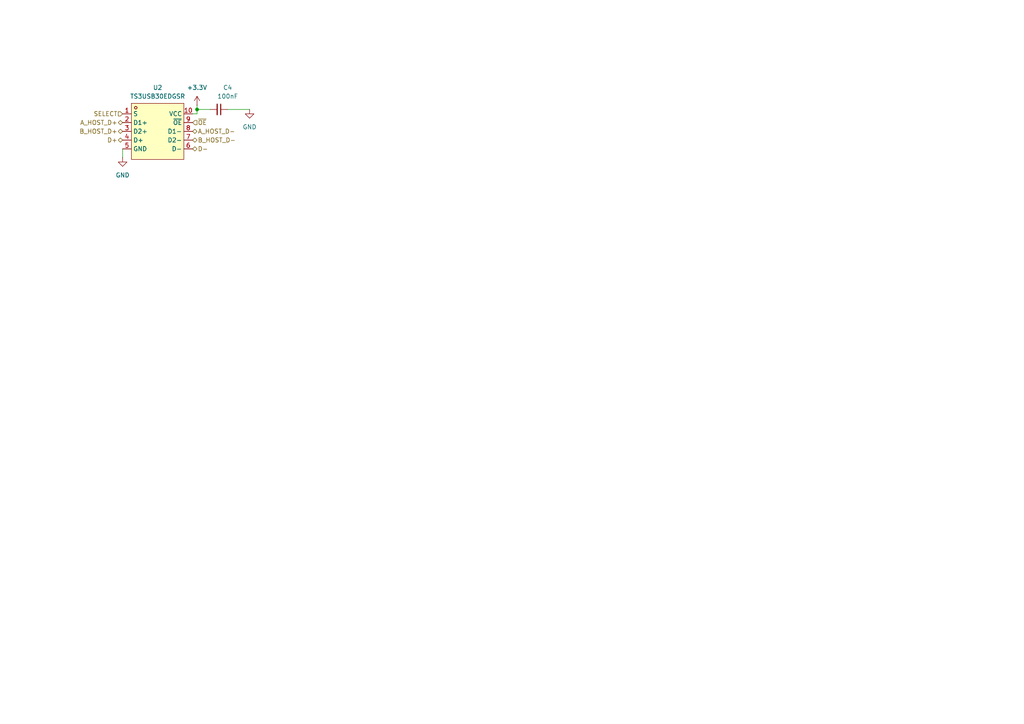
<source format=kicad_sch>
(kicad_sch (version 20250114) (generator "eeschema") (generator_version "9.0")
  (paper "A4")
  (lib_symbols
    (symbol "+3.3V_1" (power) (pin_numbers (hide yes)) (pin_names (offset 0) (hide yes))
      (property "Value" "+3.3V" (at 0 3.556 0))
      (symbol "+3.3V_1_0_1"
        (polyline (pts (xy -0.762 1.27) (xy 0 2.54)))
        (polyline (pts (xy 0 2.54) (xy 0.762 1.27)))
        (polyline (pts (xy 0 0) (xy 0 2.54)))
      )
      (symbol "+3.3V_1_1_1"
        (pin power_in line (at 0 0 90) (length 0) (name "~") (number "1"))
      )
    )
    (symbol "Device:C_Small" (pin_numbers (hide yes)) (pin_names (offset 0.254) (hide yes))
      (property "Reference" "C" (at 0.254 1.778 0))
      (property "Value" "C_Small" (at 0.254 -2.032 0))
      (symbol "C_Small_0_1"
        (polyline (pts (xy -1.524 0.508) (xy 1.524 0.508)) (stroke (width 0.3048)))
        (polyline (pts (xy -1.524 -0.508) (xy 1.524 -0.508)) (stroke (width 0.3302)))
      )
      (symbol "C_Small_1_1"
        (pin passive line (at 0 2.54 270) (length 2.032) (name "~") (number "1"))
        (pin passive line (at 0 -2.54 90) (length 2.032) (name "~") (number "2"))
      )
    )
    (symbol "EASYEDA:TS3USB30EDGSR"
      (property "Reference" "U2" (at 0 12.7 0))
      (property "Value" "TS3USB30EDGSR" (at 0 10.16 0))
      (symbol "TS3USB30EDGSR_0_1"
        (rectangle (start -7.62 8.13) (end 7.62 -8.13) (fill (type background)))
        (circle (center -6.35 6.86) (radius 0.38))
        (circle (center -6.35 6.86) (radius 0.38))
        (pin passive line (at -10.16 5.08 0) (length 2.54) (name "S") (number "1"))
        (pin bidirectional line (at -10.16 2.54 0) (length 2.54) (name "D1+") (number "2"))
        (pin bidirectional line (at -10.16 0 0) (length 2.54) (name "D2+") (number "3"))
        (pin bidirectional line (at -10.16 -2.54 0) (length 2.54) (name "D+") (number "4"))
        (pin passive line (at -10.16 -5.08 0) (length 2.54) (name "GND") (number "5"))
        (pin passive line (at 10.16 5.08 180) (length 2.54) (name "VCC") (number "10"))
        (pin passive line (at 10.16 2.54 180) (length 2.54) (name "~{OE}") (number "9"))
        (pin bidirectional line (at 10.16 0 180) (length 2.54) (name "D1-") (number "8"))
        (pin tri_state line (at 10.16 -2.54 180) (length 2.54) (name "D2-") (number "7"))
        (pin bidirectional line (at 10.16 -5.08 180) (length 2.54) (name "D-") (number "6"))
      )
    )
    (symbol "GND_1" (power) (pin_numbers (hide yes)) (pin_names (offset 0) (hide yes))
      (property "Value" "GND" (at 0 -3.81 0))
      (symbol "GND_1_0_1"
        (polyline (pts (xy 0 0) (xy 0 -1.27) (xy 1.27 -1.27) (xy 0 -2.54) (xy -1.27 -1.27) (xy 0 -1.27)))
      )
      (symbol "GND_1_1_1"
        (pin power_in line (at 0 0 270) (length 0) (name "~") (number "1"))
      )
    )
  )
  (junction (at 57.15 31.75))
  (wire (pts (xy 60.96 31.75) (xy 57.15 31.75)))
  (wire (pts (xy 72.39 31.75) (xy 66.04 31.75)))
  (wire (pts (xy 57.15 30.48) (xy 57.15 31.75)))
  (wire (pts (xy 35.56 43.18) (xy 35.56 45.72)))
  (wire (pts (xy 55.88 33.02) (xy 57.15 33.02)))
  (wire (pts (xy 57.15 31.75) (xy 57.15 33.02)))
  (hierarchical_label "B_HOST_D+" (shape bidirectional) (at 35.56 38.1 180))
  (hierarchical_label "SELECT" (shape input) (at 35.56 33.02 180))
  (hierarchical_label "B_HOST_D-" (shape bidirectional) (at 55.88 40.64 0))
  (hierarchical_label "D+" (shape bidirectional) (at 35.56 40.64 180))
  (hierarchical_label "A_HOST_D+" (shape bidirectional) (at 35.56 35.56 180))
  (hierarchical_label "A_HOST_D-" (shape bidirectional) (at 55.88 38.1 0))
  (hierarchical_label "D-" (shape bidirectional) (at 55.88 43.18 0))
  (hierarchical_label "~{OE}" (shape input) (at 55.88 35.56 0))
  (symbol (lib_id "Device:C_Small") (at 63.5 31.75 270) (unit 1)
    (property "Reference" "C4" (at 66.04 25.4 90))
    (property "Value" "100nF" (at 66.04 27.94 90))
    (property "Footprint" "Capacitor_SMD:C_0402_1005Metric" (effects (hide yes)))
    (property "LCSC" "C1525" (effects (hide yes)))
  )
  (symbol (lib_name "GND_1") (lib_id "power:GND") (at 35.56 45.72 0) (unit 1)
    (property "Reference" "#PWR035" (effects (hide yes)))
    (property "Value" "GND" (at 35.56 50.8 0))
    (property "Description" "Power symbol creates a global label with name \"GND\" , ground" (effects (hide yes)))
  )
  (symbol (lib_id "EASYEDA:TS3USB30EDGSR") (at 45.72 38.1 0) (unit 1)
    (property "Reference" "U2" (at 45.72 25.4 0))
    (property "Value" "TS3USB30EDGSR" (at 45.72 27.94 0))
    (property "Footprint" "EASYEDA:VSSOP-10_L3.0-W3.0-P0.50-LS4.9-BL" (effects (hide yes)))
    (property "Datasheet" "https://lcsc.com/product-detail/USB_TI_TS3USB30EDGSR_TS3USB30EDGSR_C131998.html" (effects (hide yes)))
    (property "LCSC Part" "C131998" (effects (hide yes)))
    (property "LCSC" "XXX" (effects (hide yes)))
  )
  (symbol (lib_name "GND_1") (lib_id "power:GND") (at 72.39 31.75 0) (unit 1)
    (property "Reference" "#PWR043" (effects (hide yes)))
    (property "Value" "GND" (at 72.39 36.83 0))
    (property "Description" "Power symbol creates a global label with name \"GND\" , ground" (effects (hide yes)))
  )
  (symbol (lib_name "+3.3V_1") (lib_id "power:+3.3V") (at 57.15 30.48 0) (unit 1)
    (property "Reference" "#PWR042" (effects (hide yes)))
    (property "Value" "+3.3V" (at 57.15 25.4 0))
    (property "Description" "Power symbol creates a global label with name \"+3.3V\"" (effects (hide yes)))
  )
)
</source>
